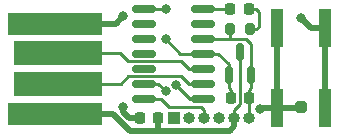
<source format=gbr>
%TF.GenerationSoftware,KiCad,Pcbnew,7.0.5-0*%
%TF.CreationDate,2023-07-03T13:56:25+02:00*%
%TF.ProjectId,Proditor,50726f64-6974-46f7-922e-6b696361645f,rev?*%
%TF.SameCoordinates,Original*%
%TF.FileFunction,Copper,L1,Top*%
%TF.FilePolarity,Positive*%
%FSLAX46Y46*%
G04 Gerber Fmt 4.6, Leading zero omitted, Abs format (unit mm)*
G04 Created by KiCad (PCBNEW 7.0.5-0) date 2023-07-03 13:56:25*
%MOMM*%
%LPD*%
G01*
G04 APERTURE LIST*
G04 Aperture macros list*
%AMRoundRect*
0 Rectangle with rounded corners*
0 $1 Rounding radius*
0 $2 $3 $4 $5 $6 $7 $8 $9 X,Y pos of 4 corners*
0 Add a 4 corners polygon primitive as box body*
4,1,4,$2,$3,$4,$5,$6,$7,$8,$9,$2,$3,0*
0 Add four circle primitives for the rounded corners*
1,1,$1+$1,$2,$3*
1,1,$1+$1,$4,$5*
1,1,$1+$1,$6,$7*
1,1,$1+$1,$8,$9*
0 Add four rect primitives between the rounded corners*
20,1,$1+$1,$2,$3,$4,$5,0*
20,1,$1+$1,$4,$5,$6,$7,0*
20,1,$1+$1,$6,$7,$8,$9,0*
20,1,$1+$1,$8,$9,$2,$3,0*%
G04 Aperture macros list end*
%TA.AperFunction,SMDPad,CuDef*%
%ADD10R,1.000000X3.200000*%
%TD*%
%TA.AperFunction,SMDPad,CuDef*%
%ADD11RoundRect,0.250000X0.250000X-0.250000X0.250000X0.250000X-0.250000X0.250000X-0.250000X-0.250000X0*%
%TD*%
%TA.AperFunction,ConnectorPad*%
%ADD12R,8.000000X1.900000*%
%TD*%
%TA.AperFunction,ConnectorPad*%
%ADD13R,7.500000X2.000000*%
%TD*%
%TA.AperFunction,SMDPad,CuDef*%
%ADD14RoundRect,0.200000X0.200000X0.275000X-0.200000X0.275000X-0.200000X-0.275000X0.200000X-0.275000X0*%
%TD*%
%TA.AperFunction,SMDPad,CuDef*%
%ADD15RoundRect,0.225000X0.225000X0.250000X-0.225000X0.250000X-0.225000X-0.250000X0.225000X-0.250000X0*%
%TD*%
%TA.AperFunction,ComponentPad*%
%ADD16R,1.000000X1.000000*%
%TD*%
%TA.AperFunction,ComponentPad*%
%ADD17O,1.000000X1.000000*%
%TD*%
%TA.AperFunction,SMDPad,CuDef*%
%ADD18RoundRect,0.150000X0.150000X-0.587500X0.150000X0.587500X-0.150000X0.587500X-0.150000X-0.587500X0*%
%TD*%
%TA.AperFunction,SMDPad,CuDef*%
%ADD19RoundRect,0.218750X-0.218750X-0.256250X0.218750X-0.256250X0.218750X0.256250X-0.218750X0.256250X0*%
%TD*%
%TA.AperFunction,SMDPad,CuDef*%
%ADD20RoundRect,0.150000X-0.825000X-0.150000X0.825000X-0.150000X0.825000X0.150000X-0.825000X0.150000X0*%
%TD*%
%TA.AperFunction,ViaPad*%
%ADD21C,0.800000*%
%TD*%
%TA.AperFunction,Conductor*%
%ADD22C,0.500000*%
%TD*%
%TA.AperFunction,Conductor*%
%ADD23C,0.250000*%
%TD*%
G04 APERTURE END LIST*
D10*
%TO.P,SW1,1,1*%
%TO.N,Net-(J1-GND)*%
X156274000Y-92503200D03*
D11*
X158274000Y-92403200D03*
D10*
X156274000Y-85703200D03*
%TO.P,SW1,2,2*%
%TO.N,Net-(U1-PA05)*%
X160274000Y-92503200D03*
X160274000Y-85703200D03*
%TD*%
D12*
%TO.P,J1,1,VBUS*%
%TO.N,Net-(J1-VBUS)*%
X137480000Y-92930000D03*
D13*
%TO.P,J1,2,D-*%
%TO.N,Net-(J1-D-)*%
X137730000Y-90420000D03*
%TO.P,J1,3,D+*%
%TO.N,Net-(J1-D+)*%
X137730000Y-87820000D03*
D12*
%TO.P,J1,4,GND*%
%TO.N,Net-(J1-GND)*%
X137480000Y-85310000D03*
%TD*%
D14*
%TO.P,R1,1*%
%TO.N,Net-(D1-A)*%
X153925000Y-85790000D03*
%TO.P,R1,2*%
%TO.N,Net-(J2-Pin_6)*%
X152275000Y-85790000D03*
%TD*%
D15*
%TO.P,C1,1*%
%TO.N,Net-(J1-VBUS)*%
X146165000Y-93320000D03*
%TO.P,C1,2*%
%TO.N,Net-(J1-GND)*%
X144615000Y-93320000D03*
%TD*%
D16*
%TO.P,J2,1,Pin_1*%
%TO.N,Net-(J2-Pin_1)*%
X147525000Y-93319600D03*
D17*
%TO.P,J2,2,Pin_2*%
%TO.N,Net-(J2-Pin_2)*%
X148795000Y-93319600D03*
%TO.P,J2,3,Pin_3*%
%TO.N,Net-(J2-Pin_3)*%
X150065000Y-93319600D03*
%TO.P,J2,4,Pin_4*%
%TO.N,Net-(J1-GND)*%
X151335000Y-93319600D03*
%TO.P,J2,5,Pin_5*%
%TO.N,Net-(J1-VBUS)*%
X152605000Y-93319600D03*
%TO.P,J2,6,Pin_6*%
%TO.N,Net-(J2-Pin_6)*%
X153875000Y-93319600D03*
%TD*%
D18*
%TO.P,U2,1,GND*%
%TO.N,Net-(J1-GND)*%
X152167800Y-89637500D03*
%TO.P,U2,2,VO*%
%TO.N,Net-(J2-Pin_6)*%
X154067800Y-89637500D03*
%TO.P,U2,3,VI*%
%TO.N,Net-(J1-VBUS)*%
X153117800Y-87762500D03*
%TD*%
D19*
%TO.P,D1,1,K*%
%TO.N,Net-(D1-K)*%
X152300000Y-84060000D03*
%TO.P,D1,2,A*%
%TO.N,Net-(D1-A)*%
X153875000Y-84060000D03*
%TD*%
D20*
%TO.P,U1,1,PA05*%
%TO.N,Net-(U1-PA05)*%
X145022800Y-84067200D03*
%TO.P,U1,2,PA08/XIN*%
%TO.N,unconnected-(U1-PA08{slash}XIN-Pad2)*%
X145022800Y-85337200D03*
%TO.P,U1,3,PA09/XOUT*%
%TO.N,unconnected-(U1-PA09{slash}XOUT-Pad3)*%
X145022800Y-86607200D03*
%TO.P,U1,4,PA14*%
%TO.N,unconnected-(U1-PA14-Pad4)*%
X145022800Y-87877200D03*
%TO.P,U1,5,PA15*%
%TO.N,unconnected-(U1-PA15-Pad5)*%
X145022800Y-89147200D03*
%TO.P,U1,6,PA28/~{RST}*%
%TO.N,Net-(J2-Pin_1)*%
X145022800Y-90417200D03*
%TO.P,U1,7,PA30/SWCLK*%
%TO.N,Net-(J2-Pin_3)*%
X145022800Y-91687200D03*
%TO.P,U1,8,PA31/SWDIO*%
%TO.N,Net-(J2-Pin_2)*%
X149972800Y-91687200D03*
%TO.P,U1,9,PA24*%
%TO.N,Net-(J1-D-)*%
X149972800Y-90417200D03*
%TO.P,U1,10,PA25*%
%TO.N,Net-(J1-D+)*%
X149972800Y-89147200D03*
%TO.P,U1,11,GND*%
%TO.N,Net-(J1-GND)*%
X149972800Y-87877200D03*
%TO.P,U1,12,VDD*%
%TO.N,Net-(J2-Pin_6)*%
X149972800Y-86607200D03*
%TO.P,U1,13,PA02*%
%TO.N,unconnected-(U1-PA02-Pad13)*%
X149972800Y-85337200D03*
%TO.P,U1,14,PA04*%
%TO.N,Net-(D1-K)*%
X149972800Y-84067200D03*
%TD*%
D15*
%TO.P,C2,1*%
%TO.N,Net-(J2-Pin_6)*%
X153875000Y-91600000D03*
%TO.P,C2,2*%
%TO.N,Net-(J1-GND)*%
X152325000Y-91600000D03*
%TD*%
D21*
%TO.N,Net-(J2-Pin_1)*%
X146812000Y-91059000D03*
%TO.N,Net-(J2-Pin_2)*%
X147700000Y-90513500D03*
%TO.N,Net-(J1-GND)*%
X146812000Y-86614000D03*
X143205200Y-84683600D03*
X154830000Y-92520000D03*
X143205200Y-92350000D03*
%TO.N,Net-(U1-PA05)*%
X158267400Y-84800000D03*
X146812000Y-84067200D03*
%TD*%
D22*
%TO.N,Net-(J1-GND)*%
X156274000Y-92503200D02*
X158174000Y-92503200D01*
X158174000Y-92503200D02*
X158274000Y-92403200D01*
%TO.N,Net-(J1-VBUS)*%
X146165000Y-93320000D02*
X146165000Y-94385000D01*
D23*
X152605000Y-92595000D02*
X152605000Y-93319600D01*
X153100000Y-87780300D02*
X153100000Y-92100000D01*
D22*
X142333000Y-92930000D02*
X137480000Y-92930000D01*
D23*
X153100000Y-92100000D02*
X152605000Y-92595000D01*
X153117800Y-87762500D02*
X153100000Y-87780300D01*
D22*
X152605000Y-94026706D02*
X152241706Y-94390000D01*
X146170000Y-94390000D02*
X143793000Y-94390000D01*
X152241706Y-94390000D02*
X146170000Y-94390000D01*
X143793000Y-94390000D02*
X142333000Y-92930000D01*
X146165000Y-94385000D02*
X146170000Y-94390000D01*
X152605000Y-93319600D02*
X152605000Y-94026706D01*
D23*
%TO.N,Net-(J1-D-)*%
X148145500Y-89789000D02*
X143669000Y-89789000D01*
X148773700Y-90417200D02*
X148145500Y-89789000D01*
X143038000Y-90420000D02*
X137730000Y-90420000D01*
X143669000Y-89789000D02*
X143038000Y-90420000D01*
X149972800Y-90417200D02*
X148773700Y-90417200D01*
%TO.N,Net-(J1-D+)*%
X149972800Y-89147200D02*
X148786400Y-89147200D01*
X148786400Y-89147200D02*
X148141400Y-88502200D01*
X142970000Y-87820000D02*
X137730000Y-87820000D01*
X148141400Y-88502200D02*
X143652200Y-88502200D01*
X143652200Y-88502200D02*
X142970000Y-87820000D01*
%TO.N,Net-(J2-Pin_1)*%
X146812000Y-91059000D02*
X146177000Y-90424000D01*
X145029600Y-90424000D02*
X145022800Y-90417200D01*
X146177000Y-90424000D02*
X145029600Y-90424000D01*
%TO.N,Net-(J2-Pin_2)*%
X147700000Y-90513500D02*
X148873700Y-91687200D01*
X148873700Y-91687200D02*
X149972800Y-91687200D01*
%TO.N,Net-(J2-Pin_3)*%
X147127695Y-92400000D02*
X149800000Y-92400000D01*
X150065000Y-92665000D02*
X150065000Y-93319600D01*
X149800000Y-92400000D02*
X150065000Y-92665000D01*
X146414895Y-91687200D02*
X147127695Y-92400000D01*
X145022800Y-91687200D02*
X146414895Y-91687200D01*
%TO.N,Net-(D1-A)*%
X154700000Y-85600000D02*
X154700000Y-84300000D01*
X154510000Y-85790000D02*
X154700000Y-85600000D01*
X154460000Y-84060000D02*
X153875000Y-84060000D01*
X153925000Y-85790000D02*
X154510000Y-85790000D01*
X154700000Y-84300000D02*
X154460000Y-84060000D01*
D22*
%TO.N,Net-(J1-GND)*%
X154846800Y-92503200D02*
X156274000Y-92503200D01*
D23*
X152167800Y-89637500D02*
X152167800Y-90742800D01*
X152167800Y-90091500D02*
X152167800Y-88769400D01*
D22*
X156274000Y-92503200D02*
X156274000Y-85703200D01*
X144615000Y-93320000D02*
X143712950Y-93320000D01*
X154830000Y-92520000D02*
X154846800Y-92503200D01*
X142578800Y-85310000D02*
X137480000Y-85310000D01*
X143205200Y-92812250D02*
X143205200Y-92350000D01*
D23*
X148075200Y-87877200D02*
X149972800Y-87877200D01*
D22*
X143205200Y-84683600D02*
X142578800Y-85310000D01*
X143712950Y-93320000D02*
X143205200Y-92812250D01*
D23*
X152167800Y-90742800D02*
X152325000Y-90900000D01*
X151275600Y-87877200D02*
X149972800Y-87877200D01*
X146812000Y-86614000D02*
X148075200Y-87877200D01*
X152325000Y-90900000D02*
X152325000Y-91600000D01*
X152167800Y-88769400D02*
X151275600Y-87877200D01*
%TO.N,Net-(D1-K)*%
X149972800Y-84067200D02*
X152292800Y-84067200D01*
X152292800Y-84067200D02*
X152300000Y-84060000D01*
%TO.N,Net-(J2-Pin_6)*%
X154067800Y-87067800D02*
X154067800Y-90091500D01*
X153875000Y-91600000D02*
X153875000Y-90925000D01*
X153607200Y-86607200D02*
X154067800Y-87067800D01*
X152275000Y-86532200D02*
X152200000Y-86607200D01*
X152275000Y-85790000D02*
X152275000Y-86532200D01*
X153875000Y-90925000D02*
X154067800Y-90732200D01*
X149972800Y-86607200D02*
X152200000Y-86607200D01*
X154067800Y-90732200D02*
X154067800Y-89637500D01*
X152200000Y-86607200D02*
X153607200Y-86607200D01*
X153875000Y-93319600D02*
X153875000Y-91600000D01*
D22*
%TO.N,Net-(U1-PA05)*%
X158267400Y-84800000D02*
X159170600Y-85703200D01*
D23*
X146812000Y-84067200D02*
X145022800Y-84067200D01*
D22*
X160274000Y-92503200D02*
X160274000Y-85703200D01*
X159170600Y-85703200D02*
X160274000Y-85703200D01*
%TD*%
M02*

</source>
